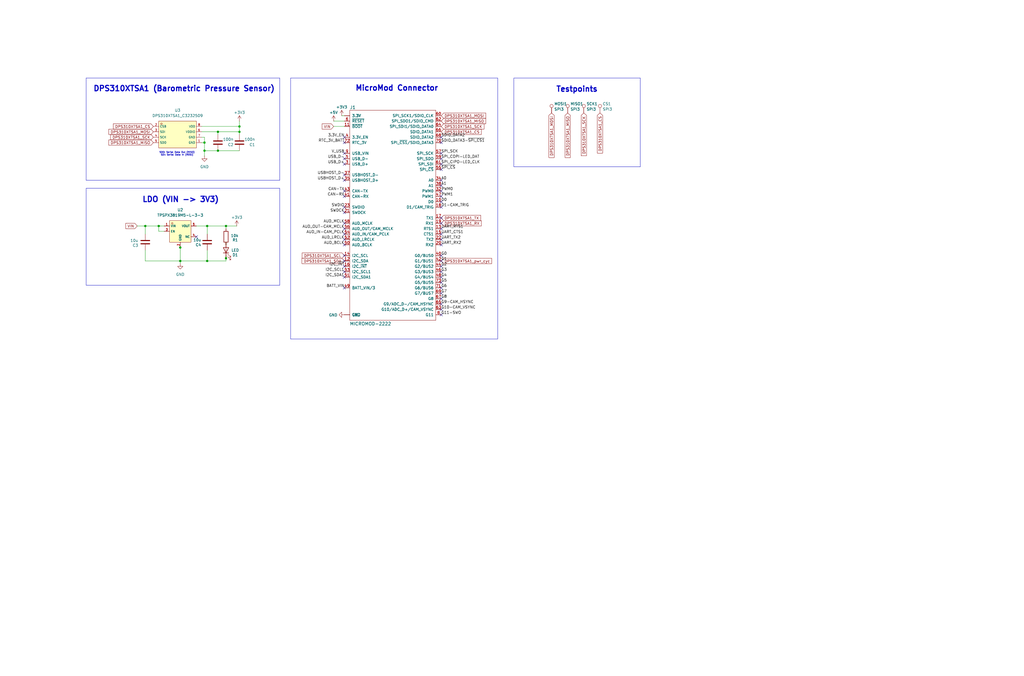
<source format=kicad_sch>
(kicad_sch (version 20250114) (generator "eeschema") (generator_version "9.0")
  (paper "User" 483.387 319.227)
  (lib_symbols
    (symbol "Connector:TestPoint" (pin_numbers (hide yes)) (pin_names (offset 0.762) (hide yes))
      (property "Reference" "TP" (at 0 6.858 0))
      (property "Value" "TestPoint" (at 0 5.08 0))
      (symbol "TestPoint_0_1"
        (circle (center 0 3.302) (radius 0.762))
      )
      (symbol "TestPoint_1_1"
        (pin passive line (at 0 0 90) (length 2.54) (name "1") (number "1"))
      )
    )
    (symbol "DPS310XTSA1_C3232509:DPS310XTSA1_C3232509"
      (property "Reference" "U" (at 0 1.27 0))
      (property "Value" "DPS310XTSA1_C3232509" (at 0 -2.54 0))
      (symbol "DPS310XTSA1_C3232509_0_1"
        (rectangle (start -8.89 6.35) (end 8.89 -6.35) (fill (type background)))
        (circle (center -7.62 5.08) (radius 0.381) (fill (type background)))
        (pin unspecified line (at -11.43 3.81 0) (length 2.54) (name "CSB") (number "2"))
        (pin unspecified line (at -11.43 1.27 0) (length 2.54) (name "SDI") (number "3"))
        (pin unspecified line (at -11.43 -1.27 0) (length 2.54) (name "SCK") (number "4"))
        (pin unspecified line (at -11.43 -3.81 0) (length 2.54) (name "SDO") (number "5"))
        (pin unspecified line (at 11.43 3.81 180) (length 2.54) (name "VDD") (number "8"))
        (pin unspecified line (at 11.43 1.27 180) (length 2.54) (name "VDDIO") (number "6"))
        (pin unspecified line (at 11.43 -1.27 180) (length 2.54) (name "GND") (number "7"))
        (pin unspecified line (at 11.43 -3.81 180) (length 2.54) (name "GND") (number "1"))
      )
    )
    (symbol "Device:C" (pin_numbers (hide yes)) (pin_names (offset 0.254))
      (property "Reference" "C" (at 0.635 2.54 0))
      (property "Value" "C" (at 0.635 -2.54 0))
      (symbol "C_0_1"
        (polyline (pts (xy -2.032 0.762) (xy 2.032 0.762)) (stroke (width 0.508)))
        (polyline (pts (xy -2.032 -0.762) (xy 2.032 -0.762)) (stroke (width 0.508)))
      )
      (symbol "C_1_1"
        (pin passive line (at 0 3.81 270) (length 2.794) (name "~") (number "1"))
        (pin passive line (at 0 -3.81 90) (length 2.794) (name "~") (number "2"))
      )
    )
    (symbol "Device:LED" (pin_numbers (hide yes)) (pin_names (offset 1.016) (hide yes))
      (property "Reference" "D" (at 0 2.54 0))
      (property "Value" "LED" (at 0 -2.54 0))
      (symbol "LED_0_1"
        (polyline (pts (xy -3.048 -0.762) (xy -4.572 -2.286) (xy -3.81 -2.286) (xy -4.572 -2.286) (xy -4.572 -1.524)))
        (polyline (pts (xy -1.778 -0.762) (xy -3.302 -2.286) (xy -2.54 -2.286) (xy -3.302 -2.286) (xy -3.302 -1.524)))
        (polyline (pts (xy -1.27 0) (xy 1.27 0)))
        (polyline (pts (xy -1.27 -1.27) (xy -1.27 1.27)) (stroke (width 0.254)))
        (polyline (pts (xy 1.27 -1.27) (xy 1.27 1.27) (xy -1.27 0) (xy 1.27 -1.27)) (stroke (width 0.254)))
      )
      (symbol "LED_1_1"
        (pin passive line (at -3.81 0 0) (length 2.54) (name "K") (number "1"))
        (pin passive line (at 3.81 0 180) (length 2.54) (name "A") (number "2"))
      )
    )
    (symbol "Device:R" (pin_numbers (hide yes)) (pin_names (offset 0))
      (property "Reference" "R" (at 2.032 0 90))
      (property "Value" "R" (at 0 0 90))
      (symbol "R_0_1"
        (rectangle (start -1.016 -2.54) (end 1.016 2.54) (stroke (width 0.254)))
      )
      (symbol "R_1_1"
        (pin passive line (at 0 3.81 270) (length 1.27) (name "~") (number "1"))
        (pin passive line (at 0 -3.81 90) (length 1.27) (name "~") (number "2"))
      )
    )
    (symbol "MicroMod_Processor_Board_(2):MICROMOD-2222" (pin_names (offset 1.016))
      (property "Reference" "J" (at -20.32 53.848 0))
      (property "Value" "MICROMOD-2222" (at -20.32 -48.26 0))
      (symbol "MICROMOD-2222_1_0"
        (polyline (pts (xy -20.32 53.34) (xy 20.32 53.34)))
        (polyline (pts (xy -20.32 -45.72) (xy -20.32 53.34)))
        (polyline (pts (xy 20.32 53.34) (xy 20.32 -45.72)))
        (polyline (pts (xy 20.32 -45.72) (xy -20.32 -45.72)))
        (pin bidirectional line (at -22.86 50.8 0) (length 2.54) (name "3.3V") (number "2"))
        (pin bidirectional line (at -22.86 50.8 0) (length 2.54) (name "3.3V") (number "74"))
        (pin bidirectional line (at -22.86 48.26 0) (length 2.54) (name "~{RESET}") (number "6"))
        (pin bidirectional line (at -22.86 45.72 0) (length 2.54) (name "~{BOOT}") (number "11"))
        (pin bidirectional line (at -22.86 40.64 0) (length 2.54) (name "3.3V_EN") (number "4"))
        (pin bidirectional line (at -22.86 38.1 0) (length 2.54) (name "RTC_3V") (number "72"))
        (pin bidirectional line (at -22.86 33.02 0) (length 2.54) (name "USB_VIN") (number "9"))
        (pin bidirectional line (at -22.86 30.48 0) (length 2.54) (name "USB_D-") (number "5"))
        (pin bidirectional line (at -22.86 27.94 0) (length 2.54) (name "USB_D+") (number "3"))
        (pin bidirectional line (at -22.86 22.86 0) (length 2.54) (name "USBHOST_D-") (number "37"))
        (pin bidirectional line (at -22.86 20.32 0) (length 2.54) (name "USBHOST_D+") (number "35"))
        (pin bidirectional line (at -22.86 15.24 0) (length 2.54) (name "CAN-TX") (number "43"))
        (pin bidirectional line (at -22.86 12.7 0) (length 2.54) (name "CAN-RX") (number "41"))
        (pin bidirectional line (at -22.86 7.62 0) (length 2.54) (name "SWDIO") (number "23"))
        (pin bidirectional line (at -22.86 5.08 0) (length 2.54) (name "SWDCK") (number "21"))
        (pin bidirectional line (at -22.86 0 0) (length 2.54) (name "AUD_MCLK") (number "58"))
        (pin bidirectional line (at -22.86 -2.54 0) (length 2.54) (name "AUD_OUT/CAM_MCLK") (number "56"))
        (pin bidirectional line (at -22.86 -5.08 0) (length 2.54) (name "AUD_IN/CAM_PCLK") (number "54"))
        (pin bidirectional line (at -22.86 -7.62 0) (length 2.54) (name "AUD_LRCLK") (number "52"))
        (pin bidirectional line (at -22.86 -10.16 0) (length 2.54) (name "AUD_BCLK") (number "50"))
        (pin bidirectional line (at -22.86 -15.24 0) (length 2.54) (name "I2C_SCL") (number "14"))
        (pin bidirectional line (at -22.86 -17.78 0) (length 2.54) (name "I2C_SDA") (number "12"))
        (pin bidirectional line (at -22.86 -20.32 0) (length 2.54) (name "I2C_~{INT}") (number "16"))
        (pin bidirectional line (at -22.86 -22.86 0) (length 2.54) (name "I2C_SCL1") (number "53"))
        (pin bidirectional line (at -22.86 -25.4 0) (length 2.54) (name "I2C_SDA1") (number "51"))
        (pin bidirectional line (at -22.86 -30.48 0) (length 2.54) (name "BATT_VIN/3") (number "49"))
        (pin bidirectional line (at -22.86 -43.18 0) (length 2.54) (name "GND") (number "1"))
        (pin bidirectional line (at -22.86 -43.18 0) (length 2.54) (name "GND") (number "33"))
        (pin bidirectional line (at -22.86 -43.18 0) (length 2.54) (name "GND") (number "36"))
        (pin bidirectional line (at -22.86 -43.18 0) (length 2.54) (name "GND") (number "39"))
        (pin bidirectional line (at -22.86 -43.18 0) (length 2.54) (name "GND") (number "45"))
        (pin bidirectional line (at -22.86 -43.18 0) (length 2.54) (name "GND") (number "7"))
        (pin bidirectional line (at -22.86 -43.18 0) (length 2.54) (name "GND") (number "75"))
        (pin bidirectional line (at -22.86 -43.18 0) (length 2.54) (name "GND") (number "GND1"))
        (pin bidirectional line (at -22.86 -43.18 0) (length 2.54) (name "GND") (number "GND2"))
        (pin bidirectional line (at -22.86 -43.18 0) (length 2.54) (name "GND") (number "GND3"))
        (pin bidirectional line (at 22.86 50.8 180) (length 2.54) (name "SPI_SCK1/SDIO_CLK") (number "60"))
        (pin bidirectional line (at 22.86 48.26 180) (length 2.54) (name "SPI_SDO1/SDIO_CMD") (number "62"))
        (pin bidirectional line (at 22.86 45.72 180) (length 2.54) (name "SPI_SDI1/SDIO_DATA0") (number "64"))
        (pin bidirectional line (at 22.86 43.18 180) (length 2.54) (name "SDIO_DATA1") (number "66"))
        (pin bidirectional line (at 22.86 40.64 180) (length 2.54) (name "SDIO_DATA2") (number "68"))
        (pin bidirectional line (at 22.86 38.1 180) (length 2.54) (name "SPI_~{CS1}/SDIO_DATA3") (number "70"))
        (pin bidirectional line (at 22.86 33.02 180) (length 2.54) (name "SPI_SCK") (number "57"))
        (pin bidirectional line (at 22.86 30.48 180) (length 2.54) (name "SPI_SDO") (number "59"))
        (pin bidirectional line (at 22.86 27.94 180) (length 2.54) (name "SPI_SDI") (number "61"))
        (pin bidirectional line (at 22.86 25.4 180) (length 2.54) (name "SPI_~{CS}") (number "55"))
        (pin bidirectional line (at 22.86 20.32 180) (length 2.54) (name "A0") (number "34"))
        (pin bidirectional line (at 22.86 17.78 180) (length 2.54) (name "A1") (number "38"))
        (pin bidirectional line (at 22.86 15.24 180) (length 2.54) (name "PWM0") (number "32"))
        (pin bidirectional line (at 22.86 12.7 180) (length 2.54) (name "PWM1") (number "47"))
        (pin bidirectional line (at 22.86 10.16 180) (length 2.54) (name "D0") (number "10"))
        (pin bidirectional line (at 22.86 7.62 180) (length 2.54) (name "D1/CAM_TRIG") (number "18"))
        (pin bidirectional line (at 22.86 2.54 180) (length 2.54) (name "TX1") (number "17"))
        (pin bidirectional line (at 22.86 0 180) (length 2.54) (name "RX1") (number "19"))
        (pin bidirectional line (at 22.86 -2.54 180) (length 2.54) (name "RTS1") (number "13"))
        (pin bidirectional line (at 22.86 -5.08 180) (length 2.54) (name "CTS1") (number "15"))
        (pin bidirectional line (at 22.86 -7.62 180) (length 2.54) (name "TX2") (number "22"))
        (pin bidirectional line (at 22.86 -10.16 180) (length 2.54) (name "RX2") (number "20"))
        (pin bidirectional line (at 22.86 -15.24 180) (length 2.54) (name "G0/BUS0") (number "40"))
        (pin bidirectional line (at 22.86 -17.78 180) (length 2.54) (name "G1/BUS1") (number "42"))
        (pin bidirectional line (at 22.86 -20.32 180) (length 2.54) (name "G2/BUS2") (number "44"))
        (pin bidirectional line (at 22.86 -22.86 180) (length 2.54) (name "G3/BUS3") (number "46"))
        (pin bidirectional line (at 22.86 -25.4 180) (length 2.54) (name "G4/BUS4") (number "48"))
        (pin bidirectional line (at 22.86 -27.94 180) (length 2.54) (name "G5/BUS5") (number "73"))
        (pin bidirectional line (at 22.86 -30.48 180) (length 2.54) (name "G6/BUS6") (number "71"))
        (pin bidirectional line (at 22.86 -33.02 180) (length 2.54) (name "G7/BUS7") (number "69"))
        (pin bidirectional line (at 22.86 -35.56 180) (length 2.54) (name "G8") (number "67"))
        (pin bidirectional line (at 22.86 -38.1 180) (length 2.54) (name "G9/ADC_D-/CAM_HSYNC") (number "65"))
        (pin bidirectional line (at 22.86 -40.64 180) (length 2.54) (name "G10/ADC_D+/CAM_VSYNC") (number "63"))
        (pin bidirectional line (at 22.86 -43.18 180) (length 2.54) (name "G11") (number "8"))
      )
    )
    (symbol "TPSPX3819M5-L-3-3_1"
      (property "Reference" "U" (at 2.54 1.27 0))
      (property "Value" "TPSPX3819M5-L-3-3" (at 2.54 -2.54 0))
      (symbol "TPSPX3819M5-L-3-3_1_0_1"
        (rectangle (start -5.08 5.08) (end 5.08 -5.08) (fill (type background)))
        (circle (center -3.81 3.81) (radius 0.381) (fill (type background)))
        (pin unspecified line (at -7.62 2.54 0) (length 2.54) (name "VIN") (number "1"))
        (pin unspecified line (at -7.62 0 0) (length 2.54) (name "EN") (number "3"))
        (pin unspecified line (at 0 -7.62 90) (length 2.54) (name "GND") (number "2"))
        (pin unspecified line (at 7.62 2.54 180) (length 2.54) (name "VOUT") (number "5"))
        (pin unspecified line (at 7.62 -2.54 180) (length 2.54) (name "NC") (number "4"))
      )
    )
    (symbol "power:+3V3" (power) (pin_numbers (hide yes)) (pin_names (offset 0) (hide yes))
      (property "Value" "+3V3" (at 0 3.556 0))
      (symbol "+3V3_0_1"
        (polyline (pts (xy -0.762 1.27) (xy 0 2.54)))
        (polyline (pts (xy 0 2.54) (xy 0.762 1.27)))
        (polyline (pts (xy 0 0) (xy 0 2.54)))
      )
      (symbol "+3V3_1_1"
        (pin power_in line (at 0 0 90) (length 0) (name "~") (number "1"))
      )
    )
    (symbol "power:GND" (power) (pin_numbers (hide yes)) (pin_names (offset 0) (hide yes))
      (property "Value" "GND" (at 0 -3.81 0))
      (symbol "GND_0_1"
        (polyline (pts (xy 0 0) (xy 0 -1.27) (xy 1.27 -1.27) (xy 0 -2.54) (xy -1.27 -1.27) (xy 0 -1.27)))
      )
      (symbol "GND_1_1"
        (pin power_in line (at 0 0 270) (length 0) (name "~") (number "1"))
      )
    )
  )
  (rectangle (start 242.57 36.83) (end 302.26 78.74))
  (rectangle (start 40.64 36.83) (end 132.08 85.09))
  (rectangle (start 40.64 88.9) (end 132.08 134.62))
  (rectangle (start 137.16 36.83) (end 234.95 160.02))
  (text "SDO: Serial Data Out (MISO)\nSDI: Serial Data In (MOSI)" (at 83.566 72.644 0) (effects (font (size 0.762 0.762))))
  (text "DPS310XTSA1 (Barometric Pressure Sensor)" (at 43.942 43.434 0) (effects (font (size 2.54 2.54) (thickness 0.508) (bold yes)) (justify left bottom)))
  (text "MicroMod Connector" (at 167.64 43.18 0) (effects (font (size 2.54 2.54) (thickness 0.508) (bold yes)) (justify left bottom)))
  (text "LDO (VIN -> 3V3)" (at 67.056 95.758 0) (effects (font (size 2.54 2.54) (thickness 0.508) (bold yes)) (justify left bottom)))
  (text "Testpoints" (at 262.382 43.688 0) (effects (font (size 2.54 2.54) (thickness 0.508) (bold yes)) (justify left bottom)))
  (junction (at 106.68 106.68))
  (junction (at 74.93 106.68))
  (junction (at 97.79 123.19))
  (junction (at 113.03 62.23))
  (junction (at 113.03 59.69))
  (junction (at 96.52 67.31))
  (junction (at 102.87 62.23))
  (junction (at 85.09 123.19))
  (junction (at 68.58 106.68))
  (junction (at 102.87 71.12))
  (junction (at 106.68 121.92))
  (junction (at 97.79 106.68))
  (junction (at 85.09 116.84))
  (junction (at 96.52 71.12))
  (no_connect (at 162.56 107.95))
  (no_connect (at 208.28 140.97))
  (no_connect (at 162.56 128.27))
  (no_connect (at 162.56 125.73))
  (no_connect (at 162.56 105.41))
  (no_connect (at 162.56 115.57))
  (no_connect (at 162.56 92.71))
  (no_connect (at 162.56 100.33))
  (no_connect (at 208.28 80.01))
  (no_connect (at 208.28 128.27))
  (no_connect (at 208.28 90.17))
  (no_connect (at 208.28 148.59))
  (no_connect (at 208.28 120.65))
  (no_connect (at 208.28 77.47))
  (no_connect (at 162.56 67.31))
  (no_connect (at 162.56 85.09))
  (no_connect (at 208.28 115.57))
  (no_connect (at 162.56 110.49))
  (no_connect (at 208.28 125.73))
  (no_connect (at 208.28 105.41))
  (no_connect (at 162.56 74.93))
  (no_connect (at 208.28 72.39))
  (no_connect (at 162.56 77.47))
  (no_connect (at 162.56 64.77))
  (no_connect (at 208.28 123.19))
  (no_connect (at 162.56 113.03))
  (no_connect (at 162.56 120.65))
  (no_connect (at 208.28 135.89))
  (no_connect (at 162.56 135.89))
  (no_connect (at 208.28 67.31))
  (no_connect (at 208.28 143.51))
  (no_connect (at 162.56 90.17))
  (no_connect (at 208.28 133.35))
  (no_connect (at 208.28 130.81))
  (no_connect (at 208.28 95.25))
  (no_connect (at 208.28 110.49))
  (no_connect (at 208.28 107.95))
  (no_connect (at 208.28 146.05))
  (no_connect (at 208.28 102.87))
  (no_connect (at 208.28 97.79))
  (no_connect (at 92.71 111.76))
  (no_connect (at 208.28 92.71))
  (no_connect (at 208.28 74.93))
  (no_connect (at 208.28 85.09))
  (no_connect (at 162.56 97.79))
  (no_connect (at 208.28 87.63))
  (no_connect (at 208.28 64.77))
  (no_connect (at 162.56 130.81))
  (no_connect (at 208.28 138.43))
  (no_connect (at 208.28 113.03))
  (no_connect (at 162.56 72.39))
  (no_connect (at 162.56 123.19))
  (no_connect (at 162.56 82.55))
  (wire (pts (xy 113.03 59.69) (xy 113.03 62.23)))
  (wire (pts (xy 106.68 120.65) (xy 106.68 121.92)))
  (wire (pts (xy 106.68 121.92) (xy 106.68 123.19)))
  (wire (pts (xy 102.87 62.23) (xy 113.03 62.23)))
  (wire (pts (xy 77.47 109.22) (xy 74.93 109.22)))
  (wire (pts (xy 113.03 57.15) (xy 113.03 59.69)))
  (wire (pts (xy 96.52 73.66) (xy 96.52 71.12)))
  (wire (pts (xy 96.52 71.12) (xy 96.52 67.31)))
  (wire (pts (xy 64.77 106.68) (xy 68.58 106.68)))
  (wire (pts (xy 157.48 59.69) (xy 162.56 59.69)))
  (wire (pts (xy 106.68 123.19) (xy 97.79 123.19)))
  (wire (pts (xy 161.29 54.61) (xy 162.56 54.61)))
  (wire (pts (xy 106.68 107.95) (xy 106.68 106.68)))
  (wire (pts (xy 102.87 71.12) (xy 113.03 71.12)))
  (wire (pts (xy 74.93 109.22) (xy 74.93 106.68)))
  (wire (pts (xy 95.25 62.23) (xy 102.87 62.23)))
  (wire (pts (xy 106.68 106.68) (xy 111.76 106.68)))
  (wire (pts (xy 102.87 62.23) (xy 102.87 63.5)))
  (wire (pts (xy 68.58 123.19) (xy 85.09 123.19)))
  (wire (pts (xy 97.79 118.11) (xy 97.79 123.19)))
  (wire (pts (xy 97.79 106.68) (xy 92.71 106.68)))
  (wire (pts (xy 74.93 106.68) (xy 77.47 106.68)))
  (wire (pts (xy 96.52 64.77) (xy 95.25 64.77)))
  (wire (pts (xy 85.09 124.46) (xy 85.09 123.19)))
  (wire (pts (xy 106.68 106.68) (xy 97.79 106.68)))
  (wire (pts (xy 85.09 115.57) (xy 85.09 116.84)))
  (wire (pts (xy 96.52 64.77) (xy 96.52 67.31)))
  (wire (pts (xy 95.25 59.69) (xy 113.03 59.69)))
  (wire (pts (xy 97.79 123.19) (xy 85.09 123.19)))
  (wire (pts (xy 68.58 118.11) (xy 68.58 123.19)))
  (wire (pts (xy 96.52 67.31) (xy 95.25 67.31)))
  (wire (pts (xy 85.09 116.84) (xy 85.09 123.19)))
  (wire (pts (xy 157.48 57.15) (xy 162.56 57.15)))
  (wire (pts (xy 96.52 71.12) (xy 102.87 71.12)))
  (wire (pts (xy 68.58 110.49) (xy 68.58 106.68)))
  (wire (pts (xy 97.79 110.49) (xy 97.79 106.68)))
  (wire (pts (xy 106.68 114.3) (xy 106.68 115.57)))
  (wire (pts (xy 68.58 106.68) (xy 74.93 106.68)))
  (wire (pts (xy 113.03 62.23) (xy 113.03 63.5)))
  (label "UART_TX2" (at 208.28 113.03 0))
  (label "CAN-TX" (at 162.56 90.17 180))
  (label "PWM0" (at 208.28 90.17 0))
  (label "CAN-RX" (at 162.56 92.71 180))
  (label "USB_D-" (at 162.56 74.93 180))
  (label "I2C_~{INT}" (at 162.56 125.73 180))
  (label "G9-CAM_HSYNC" (at 208.28 143.51 0))
  (label "G5" (at 208.28 133.35 0))
  (label "SPI_SCK" (at 208.28 72.39 0))
  (label "AUD_MCLK" (at 162.56 105.41 180))
  (label "UART_CTS1" (at 208.28 110.49 0))
  (label "3.3V_EN" (at 162.56 64.77 180))
  (label "AUD_IN-CAM_PCLK" (at 162.56 110.49 180))
  (label "I2C_SDA1" (at 162.56 130.81 180))
  (label "D0" (at 208.28 95.25 0))
  (label "G10-CAM_VSYNC" (at 208.28 146.05 0))
  (label "G0" (at 208.28 120.65 0))
  (label "UART_RX2" (at 208.28 115.57 0))
  (label "SDIO_DATA2" (at 208.28 64.77 0))
  (label "SPI_CIPO-LED_CLK" (at 208.28 77.47 0))
  (label "A1" (at 208.28 87.63 0))
  (label "G3" (at 208.28 128.27 0))
  (label "V_USB" (at 162.56 72.39 180))
  (label "G11-SWO" (at 208.28 148.59 0))
  (label "USBHOST_D+" (at 162.56 85.09 180))
  (label "SPI_COPI-LED_DAT" (at 208.28 74.93 0))
  (label "G4" (at 208.28 130.81 0))
  (label "G7" (at 208.28 138.43 0))
  (label "USB_D+" (at 162.56 77.47 180))
  (label "AUD_OUT-CAM_MCLK" (at 162.56 107.95 180))
  (label "G8" (at 208.28 140.97 0))
  (label "PWM1" (at 208.28 92.71 0))
  (label "SDIO_DATA3-~{SPI_CS1}" (at 208.28 67.31 0))
  (label "SWDCK" (at 162.56 100.33 180))
  (label "A0" (at 208.28 85.09 0))
  (label "G6" (at 208.28 135.89 0))
  (label "BATT_VIN" (at 162.56 135.89 180))
  (label "RTC_3V_BATT" (at 162.56 67.31 180))
  (label "SWDIO" (at 162.56 97.79 180))
  (label "D1-CAM_TRIG" (at 208.28 97.79 0))
  (label "USBHOST_D-" (at 162.56 82.55 180))
  (label "I2C_SCL1" (at 162.56 128.27 180))
  (label "G1" (at 208.28 123.19 0))
  (label "~{SPI_CS}" (at 208.28 80.01 0))
  (label "AUD_LRCLK" (at 162.56 113.03 180))
  (label "UART_RTS1" (at 208.28 107.95 0))
  (label "G2" (at 208.28 125.73 0))
  (label "AUD_BCLK" (at 162.56 115.57 180))
  (global_label "DPS310XTSA1_SCL" (shape input) (at 162.56 120.65 180) (property "Intersheetrefs" "${INTERSHEET_REFS}" (effects (hide yes))))
  (global_label "DPS310XTSA1_SCK" (shape input) (at 208.28 59.69 0) (property "Intersheetrefs" "${INTERSHEET_REFS}" (effects (hide yes))))
  (global_label "DPS310XTSA1_CS" (shape input) (at 208.28 62.23 0) (property "Intersheetrefs" "${INTERSHEET_REFS}" (effects (hide yes))))
  (global_label "DPS310XTSA1_MOSI" (shape input) (at 72.39 62.23 180) (property "Intersheetrefs" "${INTERSHEET_REFS}" (effects (hide yes))))
  (global_label "DPS310XTSA1_pwr_cyc" (shape input) (at 208.28 123.19 0) (property "Intersheetrefs" "${INTERSHEET_REFS}" (effects (hide yes))))
  (global_label "DPS310XTSA1_SDA" (shape input) (at 162.56 123.19 180) (property "Intersheetrefs" "${INTERSHEET_REFS}" (effects (hide yes))))
  (global_label "DPS310XTSA1_MISO" (shape input) (at 72.39 67.31 180) (property "Intersheetrefs" "${INTERSHEET_REFS}" (effects (hide yes))))
  (global_label "DPS310XTSA1_SCK" (shape input) (at 275.59 53.34 270) (property "Intersheetrefs" "${INTERSHEET_REFS}" (effects (hide yes))))
  (global_label "VIN" (shape input) (at 157.48 59.69 180) (property "Intersheetrefs" "${INTERSHEET_REFS}" (effects (hide yes))))
  (global_label "VIN" (shape input) (at 64.77 106.68 180) (property "Intersheetrefs" "${INTERSHEET_REFS}" (effects (hide yes))))
  (global_label "DPS310XTSA1_MOSI" (shape input) (at 208.28 54.61 0) (property "Intersheetrefs" "${INTERSHEET_REFS}" (effects (hide yes))))
  (global_label "DPS310XTSA1_MISO" (shape input) (at 267.97 53.34 270) (property "Intersheetrefs" "${INTERSHEET_REFS}" (effects (hide yes))))
  (global_label "DPS310XTSA1_SCK" (shape input) (at 72.39 64.77 180) (property "Intersheetrefs" "${INTERSHEET_REFS}" (effects (hide yes))))
  (global_label "DPS310XTSA1_MISO" (shape input) (at 208.28 57.15 0) (property "Intersheetrefs" "${INTERSHEET_REFS}" (effects (hide yes))))
  (global_label "DPS310XTSA1_CS" (shape input) (at 283.21 53.34 270) (property "Intersheetrefs" "${INTERSHEET_REFS}" (effects (hide yes))))
  (global_label "DPS310XTSA1_RX" (shape input) (at 208.28 105.41 0) (property "Intersheetrefs" "${INTERSHEET_REFS}" (effects (hide yes))))
  (global_label "DPS310XTSA1_MOSI" (shape input) (at 260.35 53.34 270) (property "Intersheetrefs" "${INTERSHEET_REFS}" (effects (hide yes))))
  (global_label "DPS310XTSA1_TX" (shape input) (at 208.28 102.87 0) (property "Intersheetrefs" "${INTERSHEET_REFS}" (effects (hide yes))))
  (global_label "DPS310XTSA1_CS" (shape input) (at 72.39 59.69 180) (property "Intersheetrefs" "${INTERSHEET_REFS}" (effects (hide yes))))
  (symbol (lib_id "MicroMod_Processor_Board_(2):MICROMOD-2222") (at 185.42 105.41 0) (unit 1)
    (property "Reference" "J1" (at 165.1 51.562 0) (effects (font (size 1.4986 1.4986)) (justify left bottom)))
    (property "Value" "MICROMOD-2222" (at 165.1 153.67 0) (effects (font (size 1.4986 1.4986)) (justify left bottom)))
    (property "Footprint" "SparkFun_MicroMod_ESP32:M.2-CARD-E-22" (effects (hide yes)))
  )
  (symbol (lib_id "power:GND") (at 162.56 148.59 270) (unit 1)
    (property "Reference" "#PWR0101" (effects (hide yes)))
    (property "Value" "GND" (at 159.3088 148.717 90) (effects (justify right)))
  )
  (symbol (lib_id "Device:C") (at 97.79 114.3 0) (unit 1)
    (property "Reference" "C4" (at 94.996 115.57 0) (effects (justify right)))
    (property "Value" "10u" (at 94.996 113.284 0) (effects (justify right)))
    (property "Footprint" "Capacitor_SMD:C_1206_3216Metric" (effects (hide yes)))
    (property "Description" "Unpolarized capacitor" (effects (hide yes)))
  )
  (symbol (lib_id "Device:R") (at 106.68 111.76 0) (unit 1)
    (property "Reference" "R1" (at 110.998 113.284 0))
    (property "Value" "10k" (at 110.744 111.252 0))
    (property "Footprint" "Resistor_SMD:R_0603_1608Metric" (effects (hide yes)))
    (property "Description" "Resistor" (effects (hide yes)))
  )
  (symbol (lib_id "power:+3V3") (at 111.76 106.68 0) (mirror y) (unit 1)
    (property "Reference" "#PWR047" (effects (hide yes)))
    (property "Value" "+3V3" (at 111.76 102.616 0))
    (property "Description" "Power symbol creates a global label with name \"+3V3\"" (effects (hide yes)))
  )
  (symbol (lib_id "Connector:TestPoint") (at 275.59 53.34 0) (unit 1)
    (property "Reference" "SCK1" (at 276.86 49.022 0) (effects (justify left)))
    (property "Value" "SPI3" (at 276.86 51.562 0) (effects (justify left)))
    (property "Footprint" "TestPoint:TestPoint_Pad_D1.0mm" (effects (hide yes)))
    (property "Description" "test point" (effects (hide yes)))
  )
  (symbol (lib_id "Connector:TestPoint") (at 260.35 53.34 0) (unit 1)
    (property "Reference" "MOSI1" (at 261.62 49.022 0) (effects (justify left)))
    (property "Value" "SPI3" (at 261.62 51.562 0) (effects (justify left)))
    (property "Footprint" "TestPoint:TestPoint_Pad_D1.0mm" (effects (hide yes)))
    (property "Description" "test point" (effects (hide yes)))
  )
  (symbol (lib_id "Device:C") (at 102.87 67.31 0) (unit 1)
    (property "Reference" "C2" (at 110.236 68.326 0) (effects (justify right)))
    (property "Value" "100n" (at 110.236 65.786 0) (effects (justify right)))
    (property "Footprint" "Capacitor_SMD:C_0402_1005Metric" (effects (hide yes)))
    (property "Description" "Unpolarized capacitor" (effects (hide yes)))
  )
  (symbol (lib_id "power:GND") (at 85.09 124.46 0) (unit 1)
    (property "Reference" "#PWR04" (effects (hide yes)))
    (property "Value" "GND" (at 85.09 129.54 0))
    (property "Description" "Power symbol creates a global label with name \"GND\" , ground" (effects (hide yes)))
  )
  (symbol (lib_id "power:+3V3") (at 157.48 57.15 0) (mirror y) (unit 1)
    (property "Reference" "#PWR061" (effects (hide yes)))
    (property "Value" "+5V" (at 157.48 53.086 0))
    (property "Description" "Power symbol creates a global label with name \"+3V3\"" (effects (hide yes)))
  )
  (symbol (lib_id "Connector:TestPoint") (at 283.21 53.34 0) (unit 1)
    (property "Reference" "CS1" (at 284.48 49.022 0) (effects (justify left)))
    (property "Value" "SPI3" (at 284.48 51.562 0) (effects (justify left)))
    (property "Footprint" "TestPoint:TestPoint_Pad_D1.0mm" (effects (hide yes)))
    (property "Description" "test point" (effects (hide yes)))
  )
  (symbol (lib_id "Connector:TestPoint") (at 267.97 53.34 0) (unit 1)
    (property "Reference" "MISO1" (at 269.24 49.022 0) (effects (justify left)))
    (property "Value" "SPI3" (at 269.24 51.562 0) (effects (justify left)))
    (property "Footprint" "TestPoint:TestPoint_Pad_D1.0mm" (effects (hide yes)))
    (property "Description" "test point" (effects (hide yes)))
  )
  (symbol (lib_id "DPS310XTSA1_C3232509:DPS310XTSA1_C3232509") (at 83.82 63.5 0) (unit 1)
    (property "Reference" "U3" (at 83.82 52.07 0))
    (property "Value" "DPS310XTSA1_C3232509" (at 83.82 54.61 0))
    (property "Footprint" "DPS310XTSA1:LGA-8_DPS310XTSA1" (effects (hide yes)))
    (property "Datasheet" "https://item.szlcsc.com/141443.html" (effects (hide yes)))
    (property "LCSC" "C3232509" (effects (hide yes)))
  )
  (symbol (lib_name "TPSPX3819M5-L-3-3_1") (lib_id "TPSPX3819M5-L-3-3:TPSPX3819M5-L-3-3") (at 85.09 109.22 0) (unit 1)
    (property "Reference" "U2" (at 85.09 99.06 0))
    (property "Value" "TPSPX3819M5-L-3-3" (at 85.09 101.6 0))
    (property "Footprint" "TPSPX3819M5-L-3-3:SOT-23-5_L3.0-W1.6-P0.95-LS2.8-BR" (effects (hide yes)))
    (property "Datasheet" "https://atta.szlcsc.com/upload/public/pdf/source/20210423/C2682596_80E51577C889FCE8639E82E3A6FE92E9.pdf" (effects (hide yes)))
    (property "LCSC" "C5370980" (effects (hide yes)))
  )
  (symbol (lib_id "Device:LED") (at 106.68 118.11 90) (unit 1)
    (property "Reference" "D1" (at 110.998 120.3325 90))
    (property "Value" "LED" (at 110.998 118.11 90))
    (property "Footprint" "LED_SMD:LED_0603_1608Metric" (effects (hide yes)))
    (property "Description" "Light emitting diode" (effects (hide yes)))
    (property "Sim.Pins" "1=K 2=A" (effects (hide yes)))
  )
  (symbol (lib_id "Device:C") (at 113.03 67.31 0) (unit 1)
    (property "Reference" "C1" (at 120.396 68.326 0) (effects (justify right)))
    (property "Value" "100n" (at 120.396 65.786 0) (effects (justify right)))
    (property "Footprint" "Capacitor_SMD:C_0402_1005Metric" (effects (hide yes)))
    (property "Description" "Unpolarized capacitor" (effects (hide yes)))
  )
  (symbol (lib_id "power:GND") (at 96.52 73.66 0) (unit 1)
    (property "Reference" "#PWR05" (effects (hide yes)))
    (property "Value" "GND" (at 96.52 78.74 0))
    (property "Description" "Power symbol creates a global label with name \"GND\" , ground" (effects (hide yes)))
  )
  (symbol (lib_id "Device:C") (at 68.58 114.3 0) (unit 1)
    (property "Reference" "C3" (at 65.278 115.824 0) (effects (justify right)))
    (property "Value" "10u" (at 65.278 113.538 0) (effects (justify right)))
    (property "Footprint" "Capacitor_SMD:C_1206_3216Metric" (effects (hide yes)))
    (property "Description" "Unpolarized capacitor" (effects (hide yes)))
  )
  (symbol (lib_id "power:+3V3") (at 113.03 57.15 0) (mirror y) (unit 1)
    (property "Reference" "#PWR048" (effects (hide yes)))
    (property "Value" "+3V3" (at 113.03 53.086 0))
    (property "Description" "Power symbol creates a global label with name \"+3V3\"" (effects (hide yes)))
  )
  (symbol (lib_id "power:+3V3") (at 161.29 54.61 0) (mirror y) (unit 1)
    (property "Reference" "#PWR046" (effects (hide yes)))
    (property "Value" "+3V3" (at 161.29 50.546 0))
    (property "Description" "Power symbol creates a global label with name \"+3V3\"" (effects (hide yes)))
  )
)
</source>
